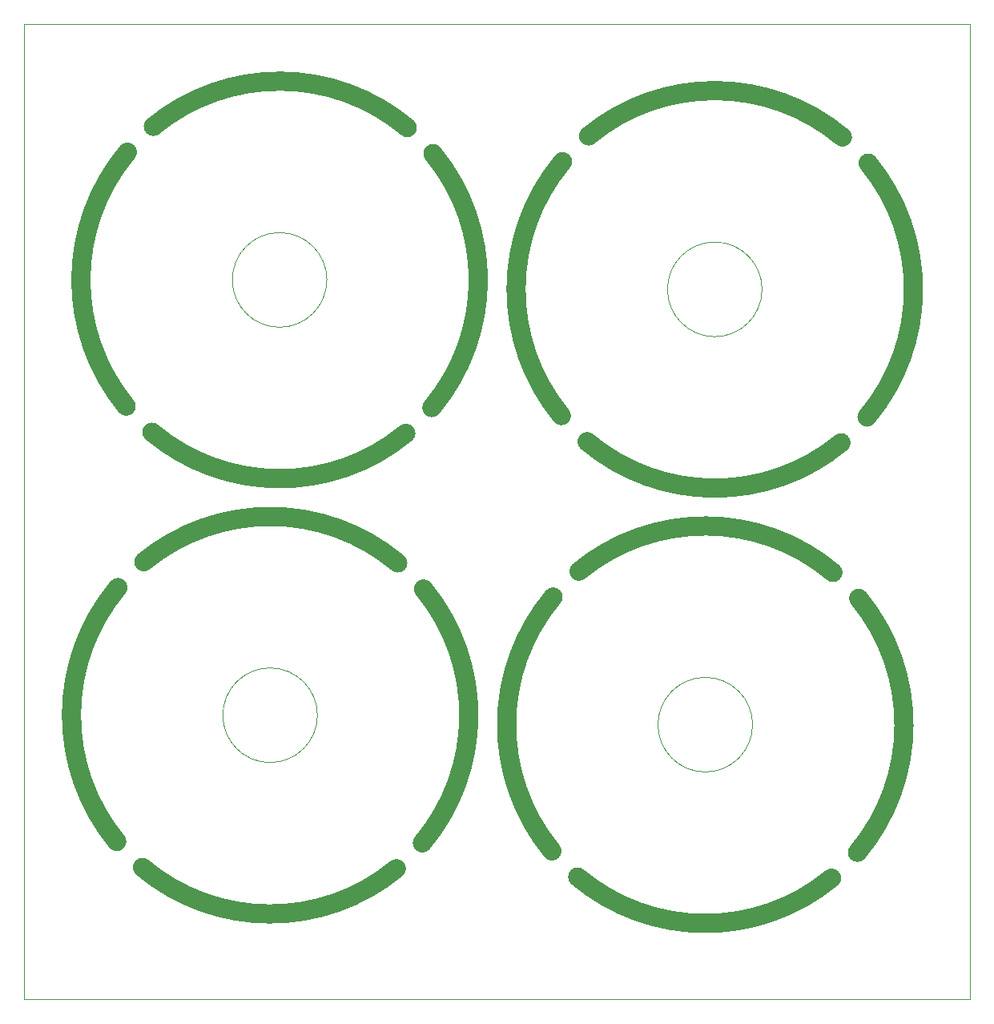
<source format=gko>
G04*
G04 #@! TF.GenerationSoftware,Altium Limited,Altium Designer,22.4.2 (48)*
G04*
G04 Layer_Color=16711935*
%FSLAX25Y25*%
%MOIN*%
G70*
G04*
G04 #@! TF.SameCoordinates,26249B9F-D8ED-40E7-B964-7C6F937C0492*
G04*
G04*
G04 #@! TF.FilePolarity,Positive*
G04*
G01*
G75*
%ADD22C,0.00394*%
%ADD38C,0.07874*%
D22*
X-23622Y385827D02*
X370079D01*
Y-19685D02*
Y385827D01*
X-23622Y-19685D02*
X370079D01*
X-23622D02*
X-23622Y385827D01*
X283465Y275590D02*
G03*
X283465Y275590I-19685J0D01*
G01*
X102362Y279528D02*
G03*
X102362Y279528I-19685J0D01*
G01*
X279528Y94488D02*
G03*
X279528Y94488I-19685J0D01*
G01*
X98425Y98425D02*
G03*
X98425Y98425I-19685J0D01*
G01*
D38*
X316923Y338925D02*
G03*
X211221Y339412I-53144J-63334D01*
G01*
X200445Y328734D02*
G03*
X199959Y223032I63334J-53144D01*
G01*
X210636Y212256D02*
G03*
X316338Y211770I53144J63334D01*
G01*
X327114Y222447D02*
G03*
X327601Y328149I-63334J53144D01*
G01*
X135821Y342862D02*
G03*
X30119Y343349I-53144J-63334D01*
G01*
X19343Y332671D02*
G03*
X18856Y226969I63334J-53144D01*
G01*
X29533Y216193D02*
G03*
X135236Y215707I53144J63334D01*
G01*
X146012Y226384D02*
G03*
X146498Y332086I-63334J53144D01*
G01*
X312986Y157823D02*
G03*
X207284Y158309I-53144J-63334D01*
G01*
X196508Y147632D02*
G03*
X196021Y41930I63334J-53144D01*
G01*
X206699Y31154D02*
G03*
X312401Y30667I53144J63334D01*
G01*
X323177Y41344D02*
G03*
X323663Y147047I-63334J53144D01*
G01*
X142075Y45281D02*
G03*
X142561Y150984I-63334J53144D01*
G01*
X25596Y35091D02*
G03*
X131299Y34604I53144J63334D01*
G01*
X15406Y151569D02*
G03*
X14919Y45867I63334J-53144D01*
G01*
X131884Y161760D02*
G03*
X26182Y162246I-53144J-63334D01*
G01*
M02*

</source>
